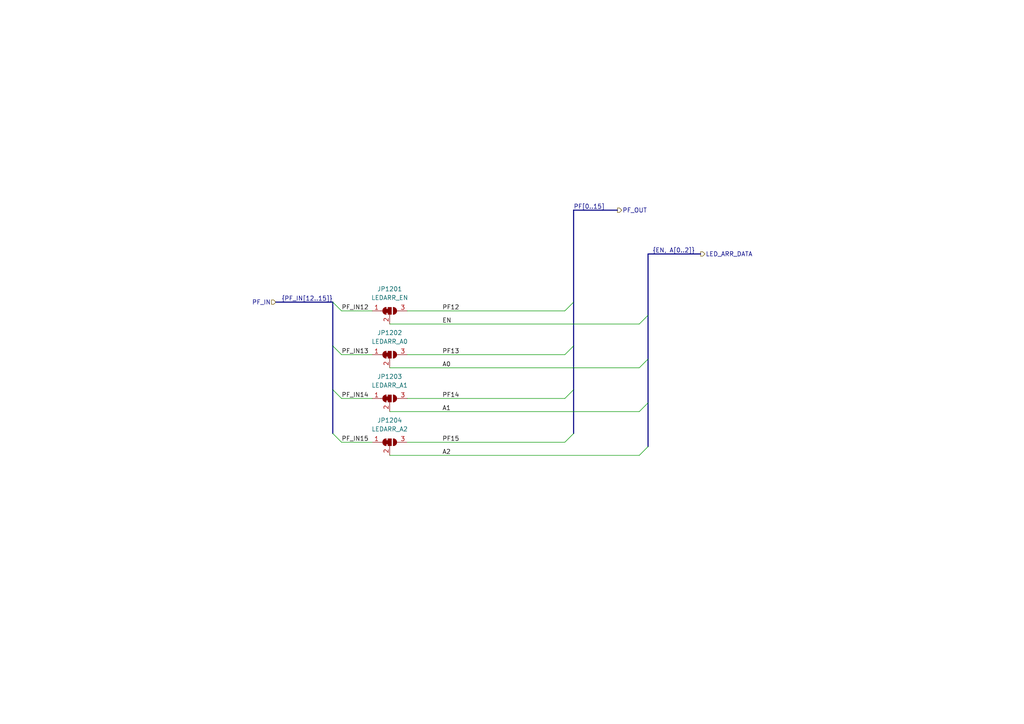
<source format=kicad_sch>
(kicad_sch (version 20250114) (generator "eeschema") (generator_version "9.0")
  (paper "A4")
  (lib_symbols
    (symbol "Jumper:SolderJumper_3_Bridged12" (pin_names (offset 0) (hide yes)) (in_bom no)
      (property "Reference" "JP" (at -2.54 -2.54 0))
      (property "Value" "SolderJumper_3_Bridged12" (at 0 2.794 0))
      (symbol "SolderJumper_3_Bridged12_0_1"
        (polyline (pts (xy -2.54 0) (xy -2.032 0)))
        (polyline (pts (xy -1.016 1.016) (xy -1.016 -1.016)))
        (rectangle (start -1.016 0.508) (end -0.508 -0.508) (fill (type outline)))
        (arc (start -1.016 -1.016) (mid -2.0276 0) (end -1.016 1.016))
        (arc (start -1.016 -1.016) (mid -2.0276 0) (end -1.016 1.016) (fill (type outline)))
        (rectangle (start -0.508 1.016) (end 0.508 -1.016) (fill (type outline)))
        (polyline (pts (xy 0 -1.27) (xy 0 -1.016)))
        (arc (start 1.016 1.016) (mid 2.0276 0) (end 1.016 -1.016))
        (arc (start 1.016 1.016) (mid 2.0276 0) (end 1.016 -1.016) (fill (type outline)))
        (polyline (pts (xy 1.016 1.016) (xy 1.016 -1.016)))
        (polyline (pts (xy 2.54 0) (xy 2.032 0)))
      )
      (symbol "SolderJumper_3_Bridged12_1_1"
        (pin passive line (at -5.08 0 0) (length 2.54) (name "A") (number "1"))
        (pin passive line (at 0 -3.81 90) (length 2.54) (name "C") (number "2"))
        (pin passive line (at 5.08 0 180) (length 2.54) (name "B") (number "3"))
      )
    )
  )
  (bus_entry (at 96.52 100.33) (size 2.54 2.54))
  (bus_entry (at 166.37 87.63) (size -2.54 2.54))
  (bus_entry (at 166.37 100.33) (size -2.54 2.54))
  (bus_entry (at 187.96 129.54) (size -2.54 2.54))
  (bus_entry (at 187.96 116.84) (size -2.54 2.54))
  (bus_entry (at 187.96 91.44) (size -2.54 2.54))
  (bus_entry (at 96.52 113.03) (size 2.54 2.54))
  (bus_entry (at 187.96 104.14) (size -2.54 2.54))
  (bus_entry (at 96.52 87.63) (size 2.54 2.54))
  (bus_entry (at 96.52 125.73) (size 2.54 2.54))
  (bus_entry (at 166.37 113.03) (size -2.54 2.54))
  (bus_entry (at 166.37 125.73) (size -2.54 2.54))
  (bus (pts (xy 96.52 87.63) (xy 96.52 100.33)))
  (bus (pts (xy 187.96 73.66) (xy 187.96 91.44)))
  (bus (pts (xy 203.2 73.66) (xy 187.96 73.66)))
  (bus (pts (xy 187.96 91.44) (xy 187.96 104.14)))
  (bus (pts (xy 96.52 113.03) (xy 96.52 125.73)))
  (wire (pts (xy 99.06 90.17) (xy 107.95 90.17)))
  (bus (pts (xy 166.37 100.33) (xy 166.37 113.03)))
  (bus (pts (xy 179.07 60.96) (xy 166.37 60.96)))
  (bus (pts (xy 166.37 113.03) (xy 166.37 125.73)))
  (wire (pts (xy 99.06 128.27) (xy 107.95 128.27)))
  (bus (pts (xy 166.37 87.63) (xy 166.37 100.33)))
  (wire (pts (xy 118.11 128.27) (xy 163.83 128.27)))
  (wire (pts (xy 118.11 90.17) (xy 163.83 90.17)))
  (bus (pts (xy 166.37 60.96) (xy 166.37 87.63)))
  (bus (pts (xy 187.96 116.84) (xy 187.96 129.54)))
  (wire (pts (xy 99.06 115.57) (xy 107.95 115.57)))
  (wire (pts (xy 113.03 132.08) (xy 185.42 132.08)))
  (wire (pts (xy 113.03 119.38) (xy 185.42 119.38)))
  (bus (pts (xy 187.96 104.14) (xy 187.96 116.84)))
  (wire (pts (xy 118.11 102.87) (xy 163.83 102.87)))
  (bus (pts (xy 80.01 87.63) (xy 96.52 87.63)))
  (wire (pts (xy 99.06 102.87) (xy 107.95 102.87)))
  (wire (pts (xy 113.03 93.98) (xy 185.42 93.98)))
  (wire (pts (xy 118.11 115.57) (xy 163.83 115.57)))
  (bus (pts (xy 96.52 100.33) (xy 96.52 113.03)))
  (wire (pts (xy 113.03 106.68) (xy 185.42 106.68)))
  (label "PF_IN14" (at 99.06 115.57 0))
  (label "PF14" (at 128.27 115.57 0))
  (label "{PF_IN[12..15]}" (at 96.52 87.63 180))
  (label "A1" (at 128.27 119.38 0))
  (label "PF_IN12" (at 99.06 90.17 0))
  (label "EN" (at 128.27 93.98 0))
  (label "{EN, A[0..2]}" (at 189.23 73.66 0))
  (label "A0" (at 128.27 106.68 0))
  (label "PF[0..15]" (at 166.37 60.96 0))
  (label "PF_IN13" (at 99.06 102.87 0))
  (label "PF15" (at 128.27 128.27 0))
  (label "PF_IN15" (at 99.06 128.27 0))
  (label "PF13" (at 128.27 102.87 0))
  (label "PF12" (at 128.27 90.17 0))
  (label "A2" (at 128.27 132.08 0))
  (hierarchical_label "LED_ARR_DATA" (shape output) (at 203.2 73.66 0))
  (hierarchical_label "PF_OUT" (shape output) (at 179.07 60.96 0))
  (hierarchical_label "PF_IN" (shape input) (at 80.01 87.63 180))
  (symbol (lib_id "Jumper:SolderJumper_3_Bridged12") (at 113.03 115.57 0) (unit 1) (in_bom no)
    (property "Reference" "JP1203" (at 113.03 109.22 0))
    (property "Value" "LEDARR_A1" (at 113.03 111.76 0))
    (property "Footprint" "Jumper:SolderJumper-3_P1.3mm_Bridged2Bar12_Pad1.0x1.5mm_NumberLabels" (effects (hide yes)))
    (property "Description" "3-pole Solder Jumper, pins 1+2 closed/bridged" (effects (hide yes)))
  )
  (symbol (lib_id "Jumper:SolderJumper_3_Bridged12") (at 113.03 90.17 0) (unit 1) (in_bom no)
    (property "Reference" "JP1201" (at 113.03 83.82 0))
    (property "Value" "LEDARR_EN" (at 113.03 86.36 0))
    (property "Footprint" "Jumper:SolderJumper-3_P1.3mm_Bridged2Bar12_Pad1.0x1.5mm_NumberLabels" (effects (hide yes)))
    (property "Description" "3-pole Solder Jumper, pins 1+2 closed/bridged" (effects (hide yes)))
  )
  (symbol (lib_id "Jumper:SolderJumper_3_Bridged12") (at 113.03 128.27 0) (unit 1) (in_bom no)
    (property "Reference" "JP1204" (at 113.03 121.92 0))
    (property "Value" "LEDARR_A2" (at 113.03 124.46 0))
    (property "Footprint" "Jumper:SolderJumper-3_P1.3mm_Bridged2Bar12_Pad1.0x1.5mm_NumberLabels" (effects (hide yes)))
    (property "Description" "3-pole Solder Jumper, pins 1+2 closed/bridged" (effects (hide yes)))
  )
  (symbol (lib_id "Jumper:SolderJumper_3_Bridged12") (at 113.03 102.87 0) (unit 1) (in_bom no)
    (property "Reference" "JP1202" (at 113.03 96.52 0))
    (property "Value" "LEDARR_A0" (at 113.03 99.06 0))
    (property "Footprint" "Jumper:SolderJumper-3_P1.3mm_Bridged2Bar12_Pad1.0x1.5mm_NumberLabels" (effects (hide yes)))
    (property "Description" "3-pole Solder Jumper, pins 1+2 closed/bridged" (effects (hide yes)))
  )
)
</source>
